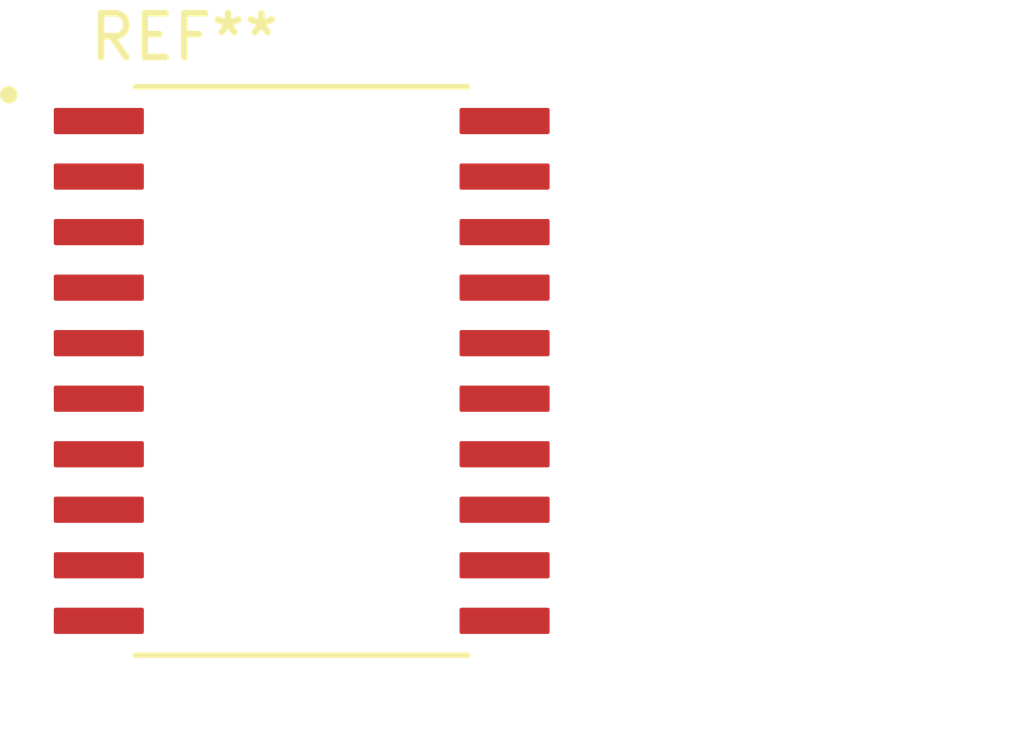
<source format=kicad_pcb>
(kicad_pcb (version 20221018) (generator pcbnew)
  (layers (0 "F.Cu" signal) (31 "B.Cu" signal) (34 "B.Paste" user) (35 "F.Paste" user) (36 "B.SilkS" user "B.Silkscreen") (37 "F.SilkS" user "F.Silkscreen") (38 "B.Mask" user) (39 "F.Mask" user) (44 "Edge.Cuts" user))
  (net 0 "")
  (footprint "UCC28070:SOIC127P1030X265-20N" (layer "F.Cu") (at 154.94 99.06)
    (fp_text reference "REF**" (at -2.685 -7.635) (layer "F.SilkS"))
    (fp_text value "SOIC127P1030X265-20N")
    (fp_line (start -3.8 -6.5) (end 3.8 -6.5) (stroke (width 0.127)) (layer "F.SilkS"))
    (fp_line (start -3.8 6.5) (end 3.8 6.5) (stroke (width 0.127)) (layer "F.SilkS"))
    (fp_circle (center -6.7 -6.315) (end -6.6 -6.315) (stroke (width 0.2)) (fill none) (layer "F.SilkS"))
    (pad "1" smd roundrect (at -4.64 -5.715) (size 2.06 0.6) (layers "F.Cu" "F.Paste" "F.Mask") (roundrect_rratio 0.07))
    (pad "2" smd roundrect (at -4.64 -4.445) (size 2.06 0.6) (layers "F.Cu" "F.Paste" "F.Mask") (roundrect_rratio 0.07))
    (pad "3" smd roundrect (at -4.64 -3.175) (size 2.06 0.6) (layers "F.Cu" "F.Paste" "F.Mask") (roundrect_rratio 0.07))
    (pad "4" smd roundrect (at -4.64 -1.905) (size 2.06 0.6) (layers "F.Cu" "F.Paste" "F.Mask") (roundrect_rratio 0.07))
    (pad "5" smd roundrect (at -4.64 -0.635) (size 2.06 0.6) (layers "F.Cu" "F.Paste" "F.Mask") (roundrect_rratio 0.07))
    (pad "6" smd roundrect (at -4.64 0.635) (size 2.06 0.6) (layers "F.Cu" "F.Paste" "F.Mask") (roundrect_rratio 0.07))
    (pad "7" smd roundrect (at -4.64 1.905) (size 2.06 0.6) (layers "F.Cu" "F.Paste" "F.Mask") (roundrect_rratio 0.07))
    (pad "8" smd roundrect (at -4.64 3.175) (size 2.06 0.6) (layers "F.Cu" "F.Paste" "F.Mask") (roundrect_rratio 0.07))
    (pad "9" smd roundrect (at -4.64 4.445) (size 2.06 0.6) (layers "F.Cu" "F.Paste" "F.Mask") (roundrect_rratio 0.07))
    (pad "10" smd roundrect (at -4.64 5.715) (size 2.06 0.6) (layers "F.Cu" "F.Paste" "F.Mask") (roundrect_rratio 0.07))
    (pad "11" smd roundrect (at 4.64 5.715) (size 2.06 0.6) (layers "F.Cu" "F.Paste" "F.Mask") (roundrect_rratio 0.07))
    (pad "12" smd roundrect (at 4.64 4.445) (size 2.06 0.6) (layers "F.Cu" "F.Paste" "F.Mask") (roundrect_rratio 0.07))
    (pad "13" smd roundrect (at 4.64 3.175) (size 2.06 0.6) (layers "F.Cu" "F.Paste" "F.Mask") (roundrect_rratio 0.07))
    (pad "14" smd roundrect (at 4.64 1.905) (size 2.06 0.6) (layers "F.Cu" "F.Paste" "F.Mask") (roundrect_rratio 0.07))
    (pad "15" smd roundrect (at 4.64 0.635) (size 2.06 0.6) (layers "F.Cu" "F.Paste" "F.Mask") (roundrect_rratio 0.07))
    (pad "16" smd roundrect (at 4.64 -0.635) (size 2.06 0.6) (layers "F.Cu" "F.Paste" "F.Mask") (roundrect_rratio 0.07))
    (pad "17" smd roundrect (at 4.64 -1.905) (size 2.06 0.6) (layers "F.Cu" "F.Paste" "F.Mask") (roundrect_rratio 0.07))
    (pad "18" smd roundrect (at 4.64 -3.175) (size 2.06 0.6) (layers "F.Cu" "F.Paste" "F.Mask") (roundrect_rratio 0.07))
    (pad "19" smd roundrect (at 4.64 -4.445) (size 2.06 0.6) (layers "F.Cu" "F.Paste" "F.Mask") (roundrect_rratio 0.07))
    (pad "20" smd roundrect (at 4.64 -5.715) (size 2.06 0.6) (layers "F.Cu" "F.Paste" "F.Mask") (roundrect_rratio 0.07))
  )
)
</source>
